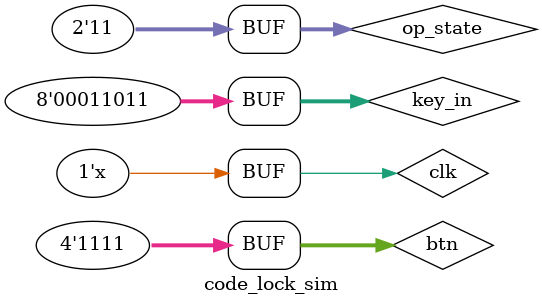
<source format=v>
`timescale 1ns / 1ps


module code_lock_sim();
reg clk;
reg[1:0] op_state; //²Ù×÷×´Ì¬
reg[7:0] key_in;      //¿ª¹ØÉèÖÃÃÜÂë
reg[3:0] btn;
wire pass;
wire fail;
wire enter;
wire cnt;
code_lock u(.clk(clk),.op_state(op_state),.key_in(key_in),.btn(btn),.pass(pass),.fail(fail),.enter(enter),.cnt(cnt));
initial begin
op_state=2'b01;
clk=1;
key_in<=8'b00000000;
btn<=4'b0000;
#25 op_state<=2'b11;
#25 key_in<=8'b00011011;
#25 btn[3]<=1;
#25 btn[2]<=1;
#25 btn[1]<=1;
#25 btn[0]<=1;
end
always #1 clk=~clk;

endmodule


</source>
